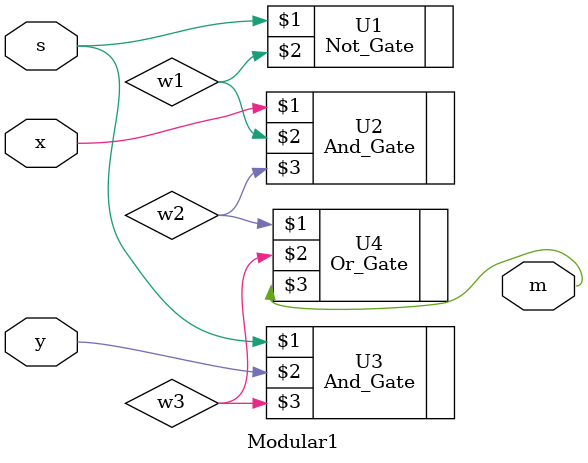
<source format=sv>
module Modular1(x,y,s,m); //dawd
  input x,y,s; //awda
  output m; //dwwd
  wire w1,w2,w3;

  Not_Gate U1(s,w1);//adawd
  And_Gate U2(x,w1,w2);//Awdawd
  And_Gate U3(s,y,w3);//grdgrd
  Or_Gate U4(w2,w3,m);  //awaw
endmodule
</source>
